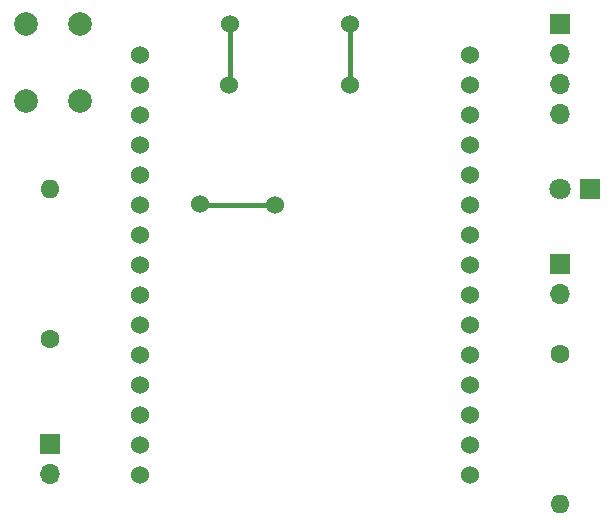
<source format=gbr>
G04 #@! TF.GenerationSoftware,KiCad,Pcbnew,5.1.5-52549c5~86~ubuntu18.04.1*
G04 #@! TF.CreationDate,2020-04-22T12:19:36+02:00*
G04 #@! TF.ProjectId,NODEMCU_PLACA_CENTRAL,4e4f4445-4d43-4555-9f50-4c4143415f43,rev?*
G04 #@! TF.SameCoordinates,Original*
G04 #@! TF.FileFunction,Copper,L1,Top*
G04 #@! TF.FilePolarity,Positive*
%FSLAX46Y46*%
G04 Gerber Fmt 4.6, Leading zero omitted, Abs format (unit mm)*
G04 Created by KiCad (PCBNEW 5.1.5-52549c5~86~ubuntu18.04.1) date 2020-04-22 12:19:36*
%MOMM*%
%LPD*%
G04 APERTURE LIST*
%ADD10R,1.700000X1.700000*%
%ADD11O,1.700000X1.700000*%
%ADD12R,1.800000X1.800000*%
%ADD13C,1.800000*%
%ADD14O,1.600000X1.600000*%
%ADD15C,1.600000*%
%ADD16C,2.000000*%
%ADD17C,1.524000*%
%ADD18C,0.400000*%
G04 APERTURE END LIST*
D10*
X163830000Y-106680000D03*
D11*
X163830000Y-109220000D03*
D12*
X166370000Y-100330000D03*
D13*
X163830000Y-100330000D03*
D11*
X120650000Y-124460000D03*
D10*
X120650000Y-121920000D03*
X163830000Y-86360000D03*
D11*
X163830000Y-88900000D03*
X163830000Y-91440000D03*
X163830000Y-93980000D03*
D14*
X163830000Y-127000000D03*
D15*
X163830000Y-114300000D03*
X120650000Y-113030000D03*
D14*
X120650000Y-100330000D03*
D16*
X118690000Y-86360000D03*
X123190000Y-86360000D03*
X118690000Y-92860000D03*
X123190000Y-92860000D03*
D17*
X128345001Y-88975001D03*
X128345001Y-91515001D03*
X128345001Y-94055001D03*
X128345001Y-96595001D03*
X128345001Y-99135001D03*
X128345001Y-101675001D03*
X128345001Y-104215001D03*
X128345001Y-106755001D03*
X128345001Y-109295001D03*
X128345001Y-111835001D03*
X128345001Y-114375001D03*
X128345001Y-116915001D03*
X128345001Y-119455001D03*
X128345001Y-121995001D03*
X128345001Y-124535001D03*
X156285001Y-124535001D03*
X156285001Y-121995001D03*
X156285001Y-119455001D03*
X156285001Y-116915001D03*
X156285001Y-114375001D03*
X156285001Y-111835001D03*
X156285001Y-109295001D03*
X156285001Y-106755001D03*
X156285001Y-104215001D03*
X156285001Y-101675001D03*
X156285001Y-99135001D03*
X156285001Y-96595001D03*
X156285001Y-94055001D03*
X156285001Y-91515001D03*
X156285001Y-88975001D03*
X135890000Y-86360000D03*
X135814999Y-91515001D03*
X133350000Y-101600000D03*
X139775001Y-101675001D03*
X146125001Y-91515001D03*
X146050000Y-86360000D03*
D18*
X135890000Y-91440000D02*
X135814999Y-91515001D01*
X135890000Y-86360000D02*
X135890000Y-91440000D01*
X146050000Y-91440000D02*
X146125001Y-91515001D01*
X146050000Y-86360000D02*
X146050000Y-91440000D01*
X133425001Y-101675001D02*
X133350000Y-101600000D01*
X139775001Y-101675001D02*
X133425001Y-101675001D01*
M02*

</source>
